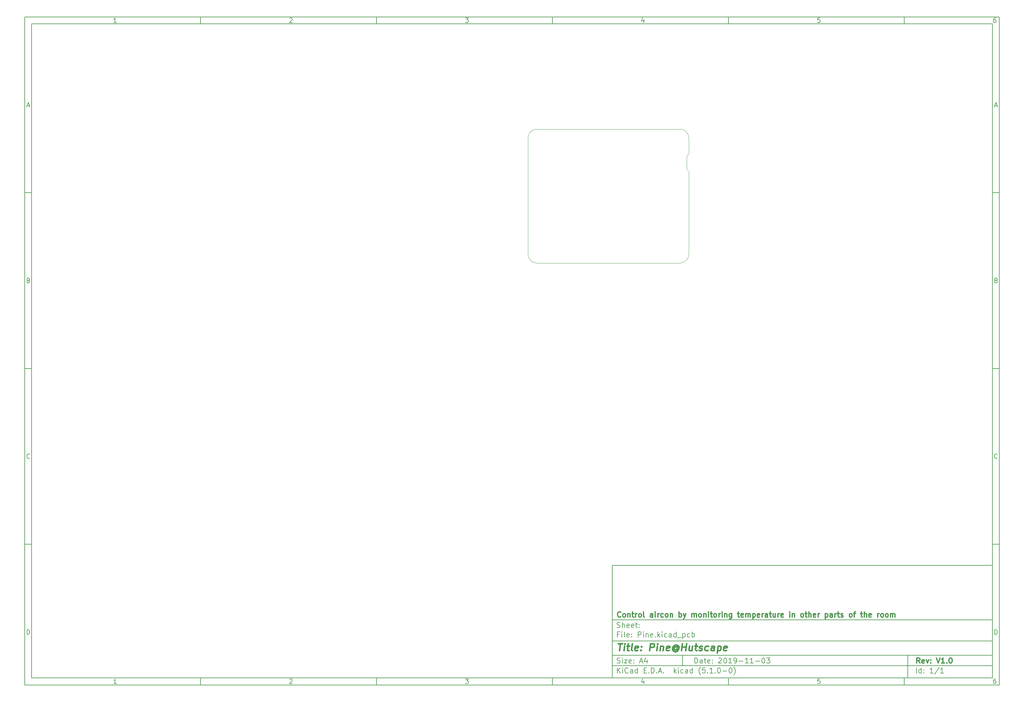
<source format=gbr>
G04 #@! TF.GenerationSoftware,KiCad,Pcbnew,(5.1.0-0)*
G04 #@! TF.CreationDate,2019-11-03T22:22:14+08:00*
G04 #@! TF.ProjectId,Pine,50696e65-2e6b-4696-9361-645f70636258,V1.0*
G04 #@! TF.SameCoordinates,Original*
G04 #@! TF.FileFunction,Profile,NP*
%FSLAX46Y46*%
G04 Gerber Fmt 4.6, Leading zero omitted, Abs format (unit mm)*
G04 Created by KiCad (PCBNEW (5.1.0-0)) date 2019-11-03 22:22:14*
%MOMM*%
%LPD*%
G04 APERTURE LIST*
%ADD10C,0.100000*%
%ADD11C,0.150000*%
%ADD12C,0.300000*%
%ADD13C,0.400000*%
%ADD14C,0.050000*%
G04 APERTURE END LIST*
D10*
D11*
X177002200Y-166007200D02*
X177002200Y-198007200D01*
X285002200Y-198007200D01*
X285002200Y-166007200D01*
X177002200Y-166007200D01*
D10*
D11*
X10000000Y-10000000D02*
X10000000Y-200007200D01*
X287002200Y-200007200D01*
X287002200Y-10000000D01*
X10000000Y-10000000D01*
D10*
D11*
X12000000Y-12000000D02*
X12000000Y-198007200D01*
X285002200Y-198007200D01*
X285002200Y-12000000D01*
X12000000Y-12000000D01*
D10*
D11*
X60000000Y-12000000D02*
X60000000Y-10000000D01*
D10*
D11*
X110000000Y-12000000D02*
X110000000Y-10000000D01*
D10*
D11*
X160000000Y-12000000D02*
X160000000Y-10000000D01*
D10*
D11*
X210000000Y-12000000D02*
X210000000Y-10000000D01*
D10*
D11*
X260000000Y-12000000D02*
X260000000Y-10000000D01*
D10*
D11*
X36065476Y-11588095D02*
X35322619Y-11588095D01*
X35694047Y-11588095D02*
X35694047Y-10288095D01*
X35570238Y-10473809D01*
X35446428Y-10597619D01*
X35322619Y-10659523D01*
D10*
D11*
X85322619Y-10411904D02*
X85384523Y-10350000D01*
X85508333Y-10288095D01*
X85817857Y-10288095D01*
X85941666Y-10350000D01*
X86003571Y-10411904D01*
X86065476Y-10535714D01*
X86065476Y-10659523D01*
X86003571Y-10845238D01*
X85260714Y-11588095D01*
X86065476Y-11588095D01*
D10*
D11*
X135260714Y-10288095D02*
X136065476Y-10288095D01*
X135632142Y-10783333D01*
X135817857Y-10783333D01*
X135941666Y-10845238D01*
X136003571Y-10907142D01*
X136065476Y-11030952D01*
X136065476Y-11340476D01*
X136003571Y-11464285D01*
X135941666Y-11526190D01*
X135817857Y-11588095D01*
X135446428Y-11588095D01*
X135322619Y-11526190D01*
X135260714Y-11464285D01*
D10*
D11*
X185941666Y-10721428D02*
X185941666Y-11588095D01*
X185632142Y-10226190D02*
X185322619Y-11154761D01*
X186127380Y-11154761D01*
D10*
D11*
X236003571Y-10288095D02*
X235384523Y-10288095D01*
X235322619Y-10907142D01*
X235384523Y-10845238D01*
X235508333Y-10783333D01*
X235817857Y-10783333D01*
X235941666Y-10845238D01*
X236003571Y-10907142D01*
X236065476Y-11030952D01*
X236065476Y-11340476D01*
X236003571Y-11464285D01*
X235941666Y-11526190D01*
X235817857Y-11588095D01*
X235508333Y-11588095D01*
X235384523Y-11526190D01*
X235322619Y-11464285D01*
D10*
D11*
X285941666Y-10288095D02*
X285694047Y-10288095D01*
X285570238Y-10350000D01*
X285508333Y-10411904D01*
X285384523Y-10597619D01*
X285322619Y-10845238D01*
X285322619Y-11340476D01*
X285384523Y-11464285D01*
X285446428Y-11526190D01*
X285570238Y-11588095D01*
X285817857Y-11588095D01*
X285941666Y-11526190D01*
X286003571Y-11464285D01*
X286065476Y-11340476D01*
X286065476Y-11030952D01*
X286003571Y-10907142D01*
X285941666Y-10845238D01*
X285817857Y-10783333D01*
X285570238Y-10783333D01*
X285446428Y-10845238D01*
X285384523Y-10907142D01*
X285322619Y-11030952D01*
D10*
D11*
X60000000Y-198007200D02*
X60000000Y-200007200D01*
D10*
D11*
X110000000Y-198007200D02*
X110000000Y-200007200D01*
D10*
D11*
X160000000Y-198007200D02*
X160000000Y-200007200D01*
D10*
D11*
X210000000Y-198007200D02*
X210000000Y-200007200D01*
D10*
D11*
X260000000Y-198007200D02*
X260000000Y-200007200D01*
D10*
D11*
X36065476Y-199595295D02*
X35322619Y-199595295D01*
X35694047Y-199595295D02*
X35694047Y-198295295D01*
X35570238Y-198481009D01*
X35446428Y-198604819D01*
X35322619Y-198666723D01*
D10*
D11*
X85322619Y-198419104D02*
X85384523Y-198357200D01*
X85508333Y-198295295D01*
X85817857Y-198295295D01*
X85941666Y-198357200D01*
X86003571Y-198419104D01*
X86065476Y-198542914D01*
X86065476Y-198666723D01*
X86003571Y-198852438D01*
X85260714Y-199595295D01*
X86065476Y-199595295D01*
D10*
D11*
X135260714Y-198295295D02*
X136065476Y-198295295D01*
X135632142Y-198790533D01*
X135817857Y-198790533D01*
X135941666Y-198852438D01*
X136003571Y-198914342D01*
X136065476Y-199038152D01*
X136065476Y-199347676D01*
X136003571Y-199471485D01*
X135941666Y-199533390D01*
X135817857Y-199595295D01*
X135446428Y-199595295D01*
X135322619Y-199533390D01*
X135260714Y-199471485D01*
D10*
D11*
X185941666Y-198728628D02*
X185941666Y-199595295D01*
X185632142Y-198233390D02*
X185322619Y-199161961D01*
X186127380Y-199161961D01*
D10*
D11*
X236003571Y-198295295D02*
X235384523Y-198295295D01*
X235322619Y-198914342D01*
X235384523Y-198852438D01*
X235508333Y-198790533D01*
X235817857Y-198790533D01*
X235941666Y-198852438D01*
X236003571Y-198914342D01*
X236065476Y-199038152D01*
X236065476Y-199347676D01*
X236003571Y-199471485D01*
X235941666Y-199533390D01*
X235817857Y-199595295D01*
X235508333Y-199595295D01*
X235384523Y-199533390D01*
X235322619Y-199471485D01*
D10*
D11*
X285941666Y-198295295D02*
X285694047Y-198295295D01*
X285570238Y-198357200D01*
X285508333Y-198419104D01*
X285384523Y-198604819D01*
X285322619Y-198852438D01*
X285322619Y-199347676D01*
X285384523Y-199471485D01*
X285446428Y-199533390D01*
X285570238Y-199595295D01*
X285817857Y-199595295D01*
X285941666Y-199533390D01*
X286003571Y-199471485D01*
X286065476Y-199347676D01*
X286065476Y-199038152D01*
X286003571Y-198914342D01*
X285941666Y-198852438D01*
X285817857Y-198790533D01*
X285570238Y-198790533D01*
X285446428Y-198852438D01*
X285384523Y-198914342D01*
X285322619Y-199038152D01*
D10*
D11*
X10000000Y-60000000D02*
X12000000Y-60000000D01*
D10*
D11*
X10000000Y-110000000D02*
X12000000Y-110000000D01*
D10*
D11*
X10000000Y-160000000D02*
X12000000Y-160000000D01*
D10*
D11*
X10690476Y-35216666D02*
X11309523Y-35216666D01*
X10566666Y-35588095D02*
X11000000Y-34288095D01*
X11433333Y-35588095D01*
D10*
D11*
X11092857Y-84907142D02*
X11278571Y-84969047D01*
X11340476Y-85030952D01*
X11402380Y-85154761D01*
X11402380Y-85340476D01*
X11340476Y-85464285D01*
X11278571Y-85526190D01*
X11154761Y-85588095D01*
X10659523Y-85588095D01*
X10659523Y-84288095D01*
X11092857Y-84288095D01*
X11216666Y-84350000D01*
X11278571Y-84411904D01*
X11340476Y-84535714D01*
X11340476Y-84659523D01*
X11278571Y-84783333D01*
X11216666Y-84845238D01*
X11092857Y-84907142D01*
X10659523Y-84907142D01*
D10*
D11*
X11402380Y-135464285D02*
X11340476Y-135526190D01*
X11154761Y-135588095D01*
X11030952Y-135588095D01*
X10845238Y-135526190D01*
X10721428Y-135402380D01*
X10659523Y-135278571D01*
X10597619Y-135030952D01*
X10597619Y-134845238D01*
X10659523Y-134597619D01*
X10721428Y-134473809D01*
X10845238Y-134350000D01*
X11030952Y-134288095D01*
X11154761Y-134288095D01*
X11340476Y-134350000D01*
X11402380Y-134411904D01*
D10*
D11*
X10659523Y-185588095D02*
X10659523Y-184288095D01*
X10969047Y-184288095D01*
X11154761Y-184350000D01*
X11278571Y-184473809D01*
X11340476Y-184597619D01*
X11402380Y-184845238D01*
X11402380Y-185030952D01*
X11340476Y-185278571D01*
X11278571Y-185402380D01*
X11154761Y-185526190D01*
X10969047Y-185588095D01*
X10659523Y-185588095D01*
D10*
D11*
X287002200Y-60000000D02*
X285002200Y-60000000D01*
D10*
D11*
X287002200Y-110000000D02*
X285002200Y-110000000D01*
D10*
D11*
X287002200Y-160000000D02*
X285002200Y-160000000D01*
D10*
D11*
X285692676Y-35216666D02*
X286311723Y-35216666D01*
X285568866Y-35588095D02*
X286002200Y-34288095D01*
X286435533Y-35588095D01*
D10*
D11*
X286095057Y-84907142D02*
X286280771Y-84969047D01*
X286342676Y-85030952D01*
X286404580Y-85154761D01*
X286404580Y-85340476D01*
X286342676Y-85464285D01*
X286280771Y-85526190D01*
X286156961Y-85588095D01*
X285661723Y-85588095D01*
X285661723Y-84288095D01*
X286095057Y-84288095D01*
X286218866Y-84350000D01*
X286280771Y-84411904D01*
X286342676Y-84535714D01*
X286342676Y-84659523D01*
X286280771Y-84783333D01*
X286218866Y-84845238D01*
X286095057Y-84907142D01*
X285661723Y-84907142D01*
D10*
D11*
X286404580Y-135464285D02*
X286342676Y-135526190D01*
X286156961Y-135588095D01*
X286033152Y-135588095D01*
X285847438Y-135526190D01*
X285723628Y-135402380D01*
X285661723Y-135278571D01*
X285599819Y-135030952D01*
X285599819Y-134845238D01*
X285661723Y-134597619D01*
X285723628Y-134473809D01*
X285847438Y-134350000D01*
X286033152Y-134288095D01*
X286156961Y-134288095D01*
X286342676Y-134350000D01*
X286404580Y-134411904D01*
D10*
D11*
X285661723Y-185588095D02*
X285661723Y-184288095D01*
X285971247Y-184288095D01*
X286156961Y-184350000D01*
X286280771Y-184473809D01*
X286342676Y-184597619D01*
X286404580Y-184845238D01*
X286404580Y-185030952D01*
X286342676Y-185278571D01*
X286280771Y-185402380D01*
X286156961Y-185526190D01*
X285971247Y-185588095D01*
X285661723Y-185588095D01*
D10*
D11*
X200434342Y-193785771D02*
X200434342Y-192285771D01*
X200791485Y-192285771D01*
X201005771Y-192357200D01*
X201148628Y-192500057D01*
X201220057Y-192642914D01*
X201291485Y-192928628D01*
X201291485Y-193142914D01*
X201220057Y-193428628D01*
X201148628Y-193571485D01*
X201005771Y-193714342D01*
X200791485Y-193785771D01*
X200434342Y-193785771D01*
X202577200Y-193785771D02*
X202577200Y-193000057D01*
X202505771Y-192857200D01*
X202362914Y-192785771D01*
X202077200Y-192785771D01*
X201934342Y-192857200D01*
X202577200Y-193714342D02*
X202434342Y-193785771D01*
X202077200Y-193785771D01*
X201934342Y-193714342D01*
X201862914Y-193571485D01*
X201862914Y-193428628D01*
X201934342Y-193285771D01*
X202077200Y-193214342D01*
X202434342Y-193214342D01*
X202577200Y-193142914D01*
X203077200Y-192785771D02*
X203648628Y-192785771D01*
X203291485Y-192285771D02*
X203291485Y-193571485D01*
X203362914Y-193714342D01*
X203505771Y-193785771D01*
X203648628Y-193785771D01*
X204720057Y-193714342D02*
X204577200Y-193785771D01*
X204291485Y-193785771D01*
X204148628Y-193714342D01*
X204077200Y-193571485D01*
X204077200Y-193000057D01*
X204148628Y-192857200D01*
X204291485Y-192785771D01*
X204577200Y-192785771D01*
X204720057Y-192857200D01*
X204791485Y-193000057D01*
X204791485Y-193142914D01*
X204077200Y-193285771D01*
X205434342Y-193642914D02*
X205505771Y-193714342D01*
X205434342Y-193785771D01*
X205362914Y-193714342D01*
X205434342Y-193642914D01*
X205434342Y-193785771D01*
X205434342Y-192857200D02*
X205505771Y-192928628D01*
X205434342Y-193000057D01*
X205362914Y-192928628D01*
X205434342Y-192857200D01*
X205434342Y-193000057D01*
X207220057Y-192428628D02*
X207291485Y-192357200D01*
X207434342Y-192285771D01*
X207791485Y-192285771D01*
X207934342Y-192357200D01*
X208005771Y-192428628D01*
X208077200Y-192571485D01*
X208077200Y-192714342D01*
X208005771Y-192928628D01*
X207148628Y-193785771D01*
X208077200Y-193785771D01*
X209005771Y-192285771D02*
X209148628Y-192285771D01*
X209291485Y-192357200D01*
X209362914Y-192428628D01*
X209434342Y-192571485D01*
X209505771Y-192857200D01*
X209505771Y-193214342D01*
X209434342Y-193500057D01*
X209362914Y-193642914D01*
X209291485Y-193714342D01*
X209148628Y-193785771D01*
X209005771Y-193785771D01*
X208862914Y-193714342D01*
X208791485Y-193642914D01*
X208720057Y-193500057D01*
X208648628Y-193214342D01*
X208648628Y-192857200D01*
X208720057Y-192571485D01*
X208791485Y-192428628D01*
X208862914Y-192357200D01*
X209005771Y-192285771D01*
X210934342Y-193785771D02*
X210077200Y-193785771D01*
X210505771Y-193785771D02*
X210505771Y-192285771D01*
X210362914Y-192500057D01*
X210220057Y-192642914D01*
X210077200Y-192714342D01*
X211648628Y-193785771D02*
X211934342Y-193785771D01*
X212077200Y-193714342D01*
X212148628Y-193642914D01*
X212291485Y-193428628D01*
X212362914Y-193142914D01*
X212362914Y-192571485D01*
X212291485Y-192428628D01*
X212220057Y-192357200D01*
X212077200Y-192285771D01*
X211791485Y-192285771D01*
X211648628Y-192357200D01*
X211577200Y-192428628D01*
X211505771Y-192571485D01*
X211505771Y-192928628D01*
X211577200Y-193071485D01*
X211648628Y-193142914D01*
X211791485Y-193214342D01*
X212077200Y-193214342D01*
X212220057Y-193142914D01*
X212291485Y-193071485D01*
X212362914Y-192928628D01*
X213005771Y-193214342D02*
X214148628Y-193214342D01*
X215648628Y-193785771D02*
X214791485Y-193785771D01*
X215220057Y-193785771D02*
X215220057Y-192285771D01*
X215077200Y-192500057D01*
X214934342Y-192642914D01*
X214791485Y-192714342D01*
X217077200Y-193785771D02*
X216220057Y-193785771D01*
X216648628Y-193785771D02*
X216648628Y-192285771D01*
X216505771Y-192500057D01*
X216362914Y-192642914D01*
X216220057Y-192714342D01*
X217720057Y-193214342D02*
X218862914Y-193214342D01*
X219862914Y-192285771D02*
X220005771Y-192285771D01*
X220148628Y-192357200D01*
X220220057Y-192428628D01*
X220291485Y-192571485D01*
X220362914Y-192857200D01*
X220362914Y-193214342D01*
X220291485Y-193500057D01*
X220220057Y-193642914D01*
X220148628Y-193714342D01*
X220005771Y-193785771D01*
X219862914Y-193785771D01*
X219720057Y-193714342D01*
X219648628Y-193642914D01*
X219577200Y-193500057D01*
X219505771Y-193214342D01*
X219505771Y-192857200D01*
X219577200Y-192571485D01*
X219648628Y-192428628D01*
X219720057Y-192357200D01*
X219862914Y-192285771D01*
X220862914Y-192285771D02*
X221791485Y-192285771D01*
X221291485Y-192857200D01*
X221505771Y-192857200D01*
X221648628Y-192928628D01*
X221720057Y-193000057D01*
X221791485Y-193142914D01*
X221791485Y-193500057D01*
X221720057Y-193642914D01*
X221648628Y-193714342D01*
X221505771Y-193785771D01*
X221077200Y-193785771D01*
X220934342Y-193714342D01*
X220862914Y-193642914D01*
D10*
D11*
X177002200Y-194507200D02*
X285002200Y-194507200D01*
D10*
D11*
X178434342Y-196585771D02*
X178434342Y-195085771D01*
X179291485Y-196585771D02*
X178648628Y-195728628D01*
X179291485Y-195085771D02*
X178434342Y-195942914D01*
X179934342Y-196585771D02*
X179934342Y-195585771D01*
X179934342Y-195085771D02*
X179862914Y-195157200D01*
X179934342Y-195228628D01*
X180005771Y-195157200D01*
X179934342Y-195085771D01*
X179934342Y-195228628D01*
X181505771Y-196442914D02*
X181434342Y-196514342D01*
X181220057Y-196585771D01*
X181077200Y-196585771D01*
X180862914Y-196514342D01*
X180720057Y-196371485D01*
X180648628Y-196228628D01*
X180577200Y-195942914D01*
X180577200Y-195728628D01*
X180648628Y-195442914D01*
X180720057Y-195300057D01*
X180862914Y-195157200D01*
X181077200Y-195085771D01*
X181220057Y-195085771D01*
X181434342Y-195157200D01*
X181505771Y-195228628D01*
X182791485Y-196585771D02*
X182791485Y-195800057D01*
X182720057Y-195657200D01*
X182577200Y-195585771D01*
X182291485Y-195585771D01*
X182148628Y-195657200D01*
X182791485Y-196514342D02*
X182648628Y-196585771D01*
X182291485Y-196585771D01*
X182148628Y-196514342D01*
X182077200Y-196371485D01*
X182077200Y-196228628D01*
X182148628Y-196085771D01*
X182291485Y-196014342D01*
X182648628Y-196014342D01*
X182791485Y-195942914D01*
X184148628Y-196585771D02*
X184148628Y-195085771D01*
X184148628Y-196514342D02*
X184005771Y-196585771D01*
X183720057Y-196585771D01*
X183577200Y-196514342D01*
X183505771Y-196442914D01*
X183434342Y-196300057D01*
X183434342Y-195871485D01*
X183505771Y-195728628D01*
X183577200Y-195657200D01*
X183720057Y-195585771D01*
X184005771Y-195585771D01*
X184148628Y-195657200D01*
X186005771Y-195800057D02*
X186505771Y-195800057D01*
X186720057Y-196585771D02*
X186005771Y-196585771D01*
X186005771Y-195085771D01*
X186720057Y-195085771D01*
X187362914Y-196442914D02*
X187434342Y-196514342D01*
X187362914Y-196585771D01*
X187291485Y-196514342D01*
X187362914Y-196442914D01*
X187362914Y-196585771D01*
X188077200Y-196585771D02*
X188077200Y-195085771D01*
X188434342Y-195085771D01*
X188648628Y-195157200D01*
X188791485Y-195300057D01*
X188862914Y-195442914D01*
X188934342Y-195728628D01*
X188934342Y-195942914D01*
X188862914Y-196228628D01*
X188791485Y-196371485D01*
X188648628Y-196514342D01*
X188434342Y-196585771D01*
X188077200Y-196585771D01*
X189577200Y-196442914D02*
X189648628Y-196514342D01*
X189577200Y-196585771D01*
X189505771Y-196514342D01*
X189577200Y-196442914D01*
X189577200Y-196585771D01*
X190220057Y-196157200D02*
X190934342Y-196157200D01*
X190077200Y-196585771D02*
X190577200Y-195085771D01*
X191077200Y-196585771D01*
X191577200Y-196442914D02*
X191648628Y-196514342D01*
X191577200Y-196585771D01*
X191505771Y-196514342D01*
X191577200Y-196442914D01*
X191577200Y-196585771D01*
X194577200Y-196585771D02*
X194577200Y-195085771D01*
X194720057Y-196014342D02*
X195148628Y-196585771D01*
X195148628Y-195585771D02*
X194577200Y-196157200D01*
X195791485Y-196585771D02*
X195791485Y-195585771D01*
X195791485Y-195085771D02*
X195720057Y-195157200D01*
X195791485Y-195228628D01*
X195862914Y-195157200D01*
X195791485Y-195085771D01*
X195791485Y-195228628D01*
X197148628Y-196514342D02*
X197005771Y-196585771D01*
X196720057Y-196585771D01*
X196577200Y-196514342D01*
X196505771Y-196442914D01*
X196434342Y-196300057D01*
X196434342Y-195871485D01*
X196505771Y-195728628D01*
X196577200Y-195657200D01*
X196720057Y-195585771D01*
X197005771Y-195585771D01*
X197148628Y-195657200D01*
X198434342Y-196585771D02*
X198434342Y-195800057D01*
X198362914Y-195657200D01*
X198220057Y-195585771D01*
X197934342Y-195585771D01*
X197791485Y-195657200D01*
X198434342Y-196514342D02*
X198291485Y-196585771D01*
X197934342Y-196585771D01*
X197791485Y-196514342D01*
X197720057Y-196371485D01*
X197720057Y-196228628D01*
X197791485Y-196085771D01*
X197934342Y-196014342D01*
X198291485Y-196014342D01*
X198434342Y-195942914D01*
X199791485Y-196585771D02*
X199791485Y-195085771D01*
X199791485Y-196514342D02*
X199648628Y-196585771D01*
X199362914Y-196585771D01*
X199220057Y-196514342D01*
X199148628Y-196442914D01*
X199077200Y-196300057D01*
X199077200Y-195871485D01*
X199148628Y-195728628D01*
X199220057Y-195657200D01*
X199362914Y-195585771D01*
X199648628Y-195585771D01*
X199791485Y-195657200D01*
X202077200Y-197157200D02*
X202005771Y-197085771D01*
X201862914Y-196871485D01*
X201791485Y-196728628D01*
X201720057Y-196514342D01*
X201648628Y-196157200D01*
X201648628Y-195871485D01*
X201720057Y-195514342D01*
X201791485Y-195300057D01*
X201862914Y-195157200D01*
X202005771Y-194942914D01*
X202077200Y-194871485D01*
X203362914Y-195085771D02*
X202648628Y-195085771D01*
X202577200Y-195800057D01*
X202648628Y-195728628D01*
X202791485Y-195657200D01*
X203148628Y-195657200D01*
X203291485Y-195728628D01*
X203362914Y-195800057D01*
X203434342Y-195942914D01*
X203434342Y-196300057D01*
X203362914Y-196442914D01*
X203291485Y-196514342D01*
X203148628Y-196585771D01*
X202791485Y-196585771D01*
X202648628Y-196514342D01*
X202577200Y-196442914D01*
X204077200Y-196442914D02*
X204148628Y-196514342D01*
X204077200Y-196585771D01*
X204005771Y-196514342D01*
X204077200Y-196442914D01*
X204077200Y-196585771D01*
X205577200Y-196585771D02*
X204720057Y-196585771D01*
X205148628Y-196585771D02*
X205148628Y-195085771D01*
X205005771Y-195300057D01*
X204862914Y-195442914D01*
X204720057Y-195514342D01*
X206220057Y-196442914D02*
X206291485Y-196514342D01*
X206220057Y-196585771D01*
X206148628Y-196514342D01*
X206220057Y-196442914D01*
X206220057Y-196585771D01*
X207220057Y-195085771D02*
X207362914Y-195085771D01*
X207505771Y-195157200D01*
X207577200Y-195228628D01*
X207648628Y-195371485D01*
X207720057Y-195657200D01*
X207720057Y-196014342D01*
X207648628Y-196300057D01*
X207577200Y-196442914D01*
X207505771Y-196514342D01*
X207362914Y-196585771D01*
X207220057Y-196585771D01*
X207077200Y-196514342D01*
X207005771Y-196442914D01*
X206934342Y-196300057D01*
X206862914Y-196014342D01*
X206862914Y-195657200D01*
X206934342Y-195371485D01*
X207005771Y-195228628D01*
X207077200Y-195157200D01*
X207220057Y-195085771D01*
X208362914Y-196014342D02*
X209505771Y-196014342D01*
X210505771Y-195085771D02*
X210648628Y-195085771D01*
X210791485Y-195157200D01*
X210862914Y-195228628D01*
X210934342Y-195371485D01*
X211005771Y-195657200D01*
X211005771Y-196014342D01*
X210934342Y-196300057D01*
X210862914Y-196442914D01*
X210791485Y-196514342D01*
X210648628Y-196585771D01*
X210505771Y-196585771D01*
X210362914Y-196514342D01*
X210291485Y-196442914D01*
X210220057Y-196300057D01*
X210148628Y-196014342D01*
X210148628Y-195657200D01*
X210220057Y-195371485D01*
X210291485Y-195228628D01*
X210362914Y-195157200D01*
X210505771Y-195085771D01*
X211505771Y-197157200D02*
X211577200Y-197085771D01*
X211720057Y-196871485D01*
X211791485Y-196728628D01*
X211862914Y-196514342D01*
X211934342Y-196157200D01*
X211934342Y-195871485D01*
X211862914Y-195514342D01*
X211791485Y-195300057D01*
X211720057Y-195157200D01*
X211577200Y-194942914D01*
X211505771Y-194871485D01*
D10*
D11*
X177002200Y-191507200D02*
X285002200Y-191507200D01*
D10*
D12*
X264411485Y-193785771D02*
X263911485Y-193071485D01*
X263554342Y-193785771D02*
X263554342Y-192285771D01*
X264125771Y-192285771D01*
X264268628Y-192357200D01*
X264340057Y-192428628D01*
X264411485Y-192571485D01*
X264411485Y-192785771D01*
X264340057Y-192928628D01*
X264268628Y-193000057D01*
X264125771Y-193071485D01*
X263554342Y-193071485D01*
X265625771Y-193714342D02*
X265482914Y-193785771D01*
X265197200Y-193785771D01*
X265054342Y-193714342D01*
X264982914Y-193571485D01*
X264982914Y-193000057D01*
X265054342Y-192857200D01*
X265197200Y-192785771D01*
X265482914Y-192785771D01*
X265625771Y-192857200D01*
X265697200Y-193000057D01*
X265697200Y-193142914D01*
X264982914Y-193285771D01*
X266197200Y-192785771D02*
X266554342Y-193785771D01*
X266911485Y-192785771D01*
X267482914Y-193642914D02*
X267554342Y-193714342D01*
X267482914Y-193785771D01*
X267411485Y-193714342D01*
X267482914Y-193642914D01*
X267482914Y-193785771D01*
X267482914Y-192857200D02*
X267554342Y-192928628D01*
X267482914Y-193000057D01*
X267411485Y-192928628D01*
X267482914Y-192857200D01*
X267482914Y-193000057D01*
X269125771Y-192285771D02*
X269625771Y-193785771D01*
X270125771Y-192285771D01*
X271411485Y-193785771D02*
X270554342Y-193785771D01*
X270982914Y-193785771D02*
X270982914Y-192285771D01*
X270840057Y-192500057D01*
X270697200Y-192642914D01*
X270554342Y-192714342D01*
X272054342Y-193642914D02*
X272125771Y-193714342D01*
X272054342Y-193785771D01*
X271982914Y-193714342D01*
X272054342Y-193642914D01*
X272054342Y-193785771D01*
X273054342Y-192285771D02*
X273197200Y-192285771D01*
X273340057Y-192357200D01*
X273411485Y-192428628D01*
X273482914Y-192571485D01*
X273554342Y-192857200D01*
X273554342Y-193214342D01*
X273482914Y-193500057D01*
X273411485Y-193642914D01*
X273340057Y-193714342D01*
X273197200Y-193785771D01*
X273054342Y-193785771D01*
X272911485Y-193714342D01*
X272840057Y-193642914D01*
X272768628Y-193500057D01*
X272697200Y-193214342D01*
X272697200Y-192857200D01*
X272768628Y-192571485D01*
X272840057Y-192428628D01*
X272911485Y-192357200D01*
X273054342Y-192285771D01*
D10*
D11*
X178362914Y-193714342D02*
X178577200Y-193785771D01*
X178934342Y-193785771D01*
X179077200Y-193714342D01*
X179148628Y-193642914D01*
X179220057Y-193500057D01*
X179220057Y-193357200D01*
X179148628Y-193214342D01*
X179077200Y-193142914D01*
X178934342Y-193071485D01*
X178648628Y-193000057D01*
X178505771Y-192928628D01*
X178434342Y-192857200D01*
X178362914Y-192714342D01*
X178362914Y-192571485D01*
X178434342Y-192428628D01*
X178505771Y-192357200D01*
X178648628Y-192285771D01*
X179005771Y-192285771D01*
X179220057Y-192357200D01*
X179862914Y-193785771D02*
X179862914Y-192785771D01*
X179862914Y-192285771D02*
X179791485Y-192357200D01*
X179862914Y-192428628D01*
X179934342Y-192357200D01*
X179862914Y-192285771D01*
X179862914Y-192428628D01*
X180434342Y-192785771D02*
X181220057Y-192785771D01*
X180434342Y-193785771D01*
X181220057Y-193785771D01*
X182362914Y-193714342D02*
X182220057Y-193785771D01*
X181934342Y-193785771D01*
X181791485Y-193714342D01*
X181720057Y-193571485D01*
X181720057Y-193000057D01*
X181791485Y-192857200D01*
X181934342Y-192785771D01*
X182220057Y-192785771D01*
X182362914Y-192857200D01*
X182434342Y-193000057D01*
X182434342Y-193142914D01*
X181720057Y-193285771D01*
X183077200Y-193642914D02*
X183148628Y-193714342D01*
X183077200Y-193785771D01*
X183005771Y-193714342D01*
X183077200Y-193642914D01*
X183077200Y-193785771D01*
X183077200Y-192857200D02*
X183148628Y-192928628D01*
X183077200Y-193000057D01*
X183005771Y-192928628D01*
X183077200Y-192857200D01*
X183077200Y-193000057D01*
X184862914Y-193357200D02*
X185577200Y-193357200D01*
X184720057Y-193785771D02*
X185220057Y-192285771D01*
X185720057Y-193785771D01*
X186862914Y-192785771D02*
X186862914Y-193785771D01*
X186505771Y-192214342D02*
X186148628Y-193285771D01*
X187077200Y-193285771D01*
D10*
D11*
X263434342Y-196585771D02*
X263434342Y-195085771D01*
X264791485Y-196585771D02*
X264791485Y-195085771D01*
X264791485Y-196514342D02*
X264648628Y-196585771D01*
X264362914Y-196585771D01*
X264220057Y-196514342D01*
X264148628Y-196442914D01*
X264077200Y-196300057D01*
X264077200Y-195871485D01*
X264148628Y-195728628D01*
X264220057Y-195657200D01*
X264362914Y-195585771D01*
X264648628Y-195585771D01*
X264791485Y-195657200D01*
X265505771Y-196442914D02*
X265577200Y-196514342D01*
X265505771Y-196585771D01*
X265434342Y-196514342D01*
X265505771Y-196442914D01*
X265505771Y-196585771D01*
X265505771Y-195657200D02*
X265577200Y-195728628D01*
X265505771Y-195800057D01*
X265434342Y-195728628D01*
X265505771Y-195657200D01*
X265505771Y-195800057D01*
X268148628Y-196585771D02*
X267291485Y-196585771D01*
X267720057Y-196585771D02*
X267720057Y-195085771D01*
X267577200Y-195300057D01*
X267434342Y-195442914D01*
X267291485Y-195514342D01*
X269862914Y-195014342D02*
X268577200Y-196942914D01*
X271148628Y-196585771D02*
X270291485Y-196585771D01*
X270720057Y-196585771D02*
X270720057Y-195085771D01*
X270577200Y-195300057D01*
X270434342Y-195442914D01*
X270291485Y-195514342D01*
D10*
D11*
X177002200Y-187507200D02*
X285002200Y-187507200D01*
D10*
D13*
X178714580Y-188211961D02*
X179857438Y-188211961D01*
X179036009Y-190211961D02*
X179286009Y-188211961D01*
X180274104Y-190211961D02*
X180440771Y-188878628D01*
X180524104Y-188211961D02*
X180416961Y-188307200D01*
X180500295Y-188402438D01*
X180607438Y-188307200D01*
X180524104Y-188211961D01*
X180500295Y-188402438D01*
X181107438Y-188878628D02*
X181869342Y-188878628D01*
X181476485Y-188211961D02*
X181262200Y-189926247D01*
X181333628Y-190116723D01*
X181512200Y-190211961D01*
X181702676Y-190211961D01*
X182655057Y-190211961D02*
X182476485Y-190116723D01*
X182405057Y-189926247D01*
X182619342Y-188211961D01*
X184190771Y-190116723D02*
X183988390Y-190211961D01*
X183607438Y-190211961D01*
X183428866Y-190116723D01*
X183357438Y-189926247D01*
X183452676Y-189164342D01*
X183571723Y-188973866D01*
X183774104Y-188878628D01*
X184155057Y-188878628D01*
X184333628Y-188973866D01*
X184405057Y-189164342D01*
X184381247Y-189354819D01*
X183405057Y-189545295D01*
X185155057Y-190021485D02*
X185238390Y-190116723D01*
X185131247Y-190211961D01*
X185047914Y-190116723D01*
X185155057Y-190021485D01*
X185131247Y-190211961D01*
X185286009Y-188973866D02*
X185369342Y-189069104D01*
X185262200Y-189164342D01*
X185178866Y-189069104D01*
X185286009Y-188973866D01*
X185262200Y-189164342D01*
X187607438Y-190211961D02*
X187857438Y-188211961D01*
X188619342Y-188211961D01*
X188797914Y-188307200D01*
X188881247Y-188402438D01*
X188952676Y-188592914D01*
X188916961Y-188878628D01*
X188797914Y-189069104D01*
X188690771Y-189164342D01*
X188488390Y-189259580D01*
X187726485Y-189259580D01*
X189607438Y-190211961D02*
X189774104Y-188878628D01*
X189857438Y-188211961D02*
X189750295Y-188307200D01*
X189833628Y-188402438D01*
X189940771Y-188307200D01*
X189857438Y-188211961D01*
X189833628Y-188402438D01*
X190726485Y-188878628D02*
X190559819Y-190211961D01*
X190702676Y-189069104D02*
X190809819Y-188973866D01*
X191012200Y-188878628D01*
X191297914Y-188878628D01*
X191476485Y-188973866D01*
X191547914Y-189164342D01*
X191416961Y-190211961D01*
X193143152Y-190116723D02*
X192940771Y-190211961D01*
X192559819Y-190211961D01*
X192381247Y-190116723D01*
X192309819Y-189926247D01*
X192405057Y-189164342D01*
X192524104Y-188973866D01*
X192726485Y-188878628D01*
X193107438Y-188878628D01*
X193286009Y-188973866D01*
X193357438Y-189164342D01*
X193333628Y-189354819D01*
X192357438Y-189545295D01*
X195440771Y-189259580D02*
X195357438Y-189164342D01*
X195178866Y-189069104D01*
X194988390Y-189069104D01*
X194786009Y-189164342D01*
X194678866Y-189259580D01*
X194559819Y-189450057D01*
X194536009Y-189640533D01*
X194607438Y-189831009D01*
X194690771Y-189926247D01*
X194869342Y-190021485D01*
X195059819Y-190021485D01*
X195262200Y-189926247D01*
X195369342Y-189831009D01*
X195464580Y-189069104D02*
X195369342Y-189831009D01*
X195452676Y-189926247D01*
X195547914Y-189926247D01*
X195750295Y-189831009D01*
X195869342Y-189640533D01*
X195928866Y-189164342D01*
X195774104Y-188878628D01*
X195512200Y-188688152D01*
X195143152Y-188592914D01*
X194750295Y-188688152D01*
X194440771Y-188878628D01*
X194214580Y-189164342D01*
X194071723Y-189545295D01*
X194119342Y-189926247D01*
X194274104Y-190211961D01*
X194536009Y-190402438D01*
X194905057Y-190497676D01*
X195297914Y-190402438D01*
X195607438Y-190211961D01*
X196655057Y-190211961D02*
X196905057Y-188211961D01*
X196786009Y-189164342D02*
X197928866Y-189164342D01*
X197797914Y-190211961D02*
X198047914Y-188211961D01*
X199774104Y-188878628D02*
X199607438Y-190211961D01*
X198916961Y-188878628D02*
X198786009Y-189926247D01*
X198857438Y-190116723D01*
X199036009Y-190211961D01*
X199321723Y-190211961D01*
X199524104Y-190116723D01*
X199631247Y-190021485D01*
X200440771Y-188878628D02*
X201202676Y-188878628D01*
X200809819Y-188211961D02*
X200595533Y-189926247D01*
X200666961Y-190116723D01*
X200845533Y-190211961D01*
X201036009Y-190211961D01*
X201619342Y-190116723D02*
X201797914Y-190211961D01*
X202178866Y-190211961D01*
X202381247Y-190116723D01*
X202500295Y-189926247D01*
X202512200Y-189831009D01*
X202440771Y-189640533D01*
X202262200Y-189545295D01*
X201976485Y-189545295D01*
X201797914Y-189450057D01*
X201726485Y-189259580D01*
X201738390Y-189164342D01*
X201857438Y-188973866D01*
X202059819Y-188878628D01*
X202345533Y-188878628D01*
X202524104Y-188973866D01*
X204190771Y-190116723D02*
X203988390Y-190211961D01*
X203607438Y-190211961D01*
X203428866Y-190116723D01*
X203345533Y-190021485D01*
X203274104Y-189831009D01*
X203345533Y-189259580D01*
X203464580Y-189069104D01*
X203571723Y-188973866D01*
X203774104Y-188878628D01*
X204155057Y-188878628D01*
X204333628Y-188973866D01*
X205893152Y-190211961D02*
X206024104Y-189164342D01*
X205952676Y-188973866D01*
X205774104Y-188878628D01*
X205393152Y-188878628D01*
X205190771Y-188973866D01*
X205905057Y-190116723D02*
X205702676Y-190211961D01*
X205226485Y-190211961D01*
X205047914Y-190116723D01*
X204976485Y-189926247D01*
X205000295Y-189735771D01*
X205119342Y-189545295D01*
X205321723Y-189450057D01*
X205797914Y-189450057D01*
X206000295Y-189354819D01*
X207012200Y-188878628D02*
X206762200Y-190878628D01*
X207000295Y-188973866D02*
X207202676Y-188878628D01*
X207583628Y-188878628D01*
X207762200Y-188973866D01*
X207845533Y-189069104D01*
X207916961Y-189259580D01*
X207845533Y-189831009D01*
X207726485Y-190021485D01*
X207619342Y-190116723D01*
X207416961Y-190211961D01*
X207036009Y-190211961D01*
X206857438Y-190116723D01*
X209428866Y-190116723D02*
X209226485Y-190211961D01*
X208845533Y-190211961D01*
X208666961Y-190116723D01*
X208595533Y-189926247D01*
X208690771Y-189164342D01*
X208809819Y-188973866D01*
X209012200Y-188878628D01*
X209393152Y-188878628D01*
X209571723Y-188973866D01*
X209643152Y-189164342D01*
X209619342Y-189354819D01*
X208643152Y-189545295D01*
D10*
D11*
X178934342Y-185600057D02*
X178434342Y-185600057D01*
X178434342Y-186385771D02*
X178434342Y-184885771D01*
X179148628Y-184885771D01*
X179720057Y-186385771D02*
X179720057Y-185385771D01*
X179720057Y-184885771D02*
X179648628Y-184957200D01*
X179720057Y-185028628D01*
X179791485Y-184957200D01*
X179720057Y-184885771D01*
X179720057Y-185028628D01*
X180648628Y-186385771D02*
X180505771Y-186314342D01*
X180434342Y-186171485D01*
X180434342Y-184885771D01*
X181791485Y-186314342D02*
X181648628Y-186385771D01*
X181362914Y-186385771D01*
X181220057Y-186314342D01*
X181148628Y-186171485D01*
X181148628Y-185600057D01*
X181220057Y-185457200D01*
X181362914Y-185385771D01*
X181648628Y-185385771D01*
X181791485Y-185457200D01*
X181862914Y-185600057D01*
X181862914Y-185742914D01*
X181148628Y-185885771D01*
X182505771Y-186242914D02*
X182577200Y-186314342D01*
X182505771Y-186385771D01*
X182434342Y-186314342D01*
X182505771Y-186242914D01*
X182505771Y-186385771D01*
X182505771Y-185457200D02*
X182577200Y-185528628D01*
X182505771Y-185600057D01*
X182434342Y-185528628D01*
X182505771Y-185457200D01*
X182505771Y-185600057D01*
X184362914Y-186385771D02*
X184362914Y-184885771D01*
X184934342Y-184885771D01*
X185077200Y-184957200D01*
X185148628Y-185028628D01*
X185220057Y-185171485D01*
X185220057Y-185385771D01*
X185148628Y-185528628D01*
X185077200Y-185600057D01*
X184934342Y-185671485D01*
X184362914Y-185671485D01*
X185862914Y-186385771D02*
X185862914Y-185385771D01*
X185862914Y-184885771D02*
X185791485Y-184957200D01*
X185862914Y-185028628D01*
X185934342Y-184957200D01*
X185862914Y-184885771D01*
X185862914Y-185028628D01*
X186577200Y-185385771D02*
X186577200Y-186385771D01*
X186577200Y-185528628D02*
X186648628Y-185457200D01*
X186791485Y-185385771D01*
X187005771Y-185385771D01*
X187148628Y-185457200D01*
X187220057Y-185600057D01*
X187220057Y-186385771D01*
X188505771Y-186314342D02*
X188362914Y-186385771D01*
X188077200Y-186385771D01*
X187934342Y-186314342D01*
X187862914Y-186171485D01*
X187862914Y-185600057D01*
X187934342Y-185457200D01*
X188077200Y-185385771D01*
X188362914Y-185385771D01*
X188505771Y-185457200D01*
X188577200Y-185600057D01*
X188577200Y-185742914D01*
X187862914Y-185885771D01*
X189220057Y-186242914D02*
X189291485Y-186314342D01*
X189220057Y-186385771D01*
X189148628Y-186314342D01*
X189220057Y-186242914D01*
X189220057Y-186385771D01*
X189934342Y-186385771D02*
X189934342Y-184885771D01*
X190077200Y-185814342D02*
X190505771Y-186385771D01*
X190505771Y-185385771D02*
X189934342Y-185957200D01*
X191148628Y-186385771D02*
X191148628Y-185385771D01*
X191148628Y-184885771D02*
X191077200Y-184957200D01*
X191148628Y-185028628D01*
X191220057Y-184957200D01*
X191148628Y-184885771D01*
X191148628Y-185028628D01*
X192505771Y-186314342D02*
X192362914Y-186385771D01*
X192077200Y-186385771D01*
X191934342Y-186314342D01*
X191862914Y-186242914D01*
X191791485Y-186100057D01*
X191791485Y-185671485D01*
X191862914Y-185528628D01*
X191934342Y-185457200D01*
X192077200Y-185385771D01*
X192362914Y-185385771D01*
X192505771Y-185457200D01*
X193791485Y-186385771D02*
X193791485Y-185600057D01*
X193720057Y-185457200D01*
X193577200Y-185385771D01*
X193291485Y-185385771D01*
X193148628Y-185457200D01*
X193791485Y-186314342D02*
X193648628Y-186385771D01*
X193291485Y-186385771D01*
X193148628Y-186314342D01*
X193077200Y-186171485D01*
X193077200Y-186028628D01*
X193148628Y-185885771D01*
X193291485Y-185814342D01*
X193648628Y-185814342D01*
X193791485Y-185742914D01*
X195148628Y-186385771D02*
X195148628Y-184885771D01*
X195148628Y-186314342D02*
X195005771Y-186385771D01*
X194720057Y-186385771D01*
X194577200Y-186314342D01*
X194505771Y-186242914D01*
X194434342Y-186100057D01*
X194434342Y-185671485D01*
X194505771Y-185528628D01*
X194577200Y-185457200D01*
X194720057Y-185385771D01*
X195005771Y-185385771D01*
X195148628Y-185457200D01*
X195505771Y-186528628D02*
X196648628Y-186528628D01*
X197005771Y-185385771D02*
X197005771Y-186885771D01*
X197005771Y-185457200D02*
X197148628Y-185385771D01*
X197434342Y-185385771D01*
X197577200Y-185457200D01*
X197648628Y-185528628D01*
X197720057Y-185671485D01*
X197720057Y-186100057D01*
X197648628Y-186242914D01*
X197577200Y-186314342D01*
X197434342Y-186385771D01*
X197148628Y-186385771D01*
X197005771Y-186314342D01*
X199005771Y-186314342D02*
X198862914Y-186385771D01*
X198577200Y-186385771D01*
X198434342Y-186314342D01*
X198362914Y-186242914D01*
X198291485Y-186100057D01*
X198291485Y-185671485D01*
X198362914Y-185528628D01*
X198434342Y-185457200D01*
X198577200Y-185385771D01*
X198862914Y-185385771D01*
X199005771Y-185457200D01*
X199648628Y-186385771D02*
X199648628Y-184885771D01*
X199648628Y-185457200D02*
X199791485Y-185385771D01*
X200077200Y-185385771D01*
X200220057Y-185457200D01*
X200291485Y-185528628D01*
X200362914Y-185671485D01*
X200362914Y-186100057D01*
X200291485Y-186242914D01*
X200220057Y-186314342D01*
X200077200Y-186385771D01*
X199791485Y-186385771D01*
X199648628Y-186314342D01*
D10*
D11*
X177002200Y-181507200D02*
X285002200Y-181507200D01*
D10*
D11*
X178362914Y-183614342D02*
X178577200Y-183685771D01*
X178934342Y-183685771D01*
X179077200Y-183614342D01*
X179148628Y-183542914D01*
X179220057Y-183400057D01*
X179220057Y-183257200D01*
X179148628Y-183114342D01*
X179077200Y-183042914D01*
X178934342Y-182971485D01*
X178648628Y-182900057D01*
X178505771Y-182828628D01*
X178434342Y-182757200D01*
X178362914Y-182614342D01*
X178362914Y-182471485D01*
X178434342Y-182328628D01*
X178505771Y-182257200D01*
X178648628Y-182185771D01*
X179005771Y-182185771D01*
X179220057Y-182257200D01*
X179862914Y-183685771D02*
X179862914Y-182185771D01*
X180505771Y-183685771D02*
X180505771Y-182900057D01*
X180434342Y-182757200D01*
X180291485Y-182685771D01*
X180077200Y-182685771D01*
X179934342Y-182757200D01*
X179862914Y-182828628D01*
X181791485Y-183614342D02*
X181648628Y-183685771D01*
X181362914Y-183685771D01*
X181220057Y-183614342D01*
X181148628Y-183471485D01*
X181148628Y-182900057D01*
X181220057Y-182757200D01*
X181362914Y-182685771D01*
X181648628Y-182685771D01*
X181791485Y-182757200D01*
X181862914Y-182900057D01*
X181862914Y-183042914D01*
X181148628Y-183185771D01*
X183077200Y-183614342D02*
X182934342Y-183685771D01*
X182648628Y-183685771D01*
X182505771Y-183614342D01*
X182434342Y-183471485D01*
X182434342Y-182900057D01*
X182505771Y-182757200D01*
X182648628Y-182685771D01*
X182934342Y-182685771D01*
X183077200Y-182757200D01*
X183148628Y-182900057D01*
X183148628Y-183042914D01*
X182434342Y-183185771D01*
X183577200Y-182685771D02*
X184148628Y-182685771D01*
X183791485Y-182185771D02*
X183791485Y-183471485D01*
X183862914Y-183614342D01*
X184005771Y-183685771D01*
X184148628Y-183685771D01*
X184648628Y-183542914D02*
X184720057Y-183614342D01*
X184648628Y-183685771D01*
X184577200Y-183614342D01*
X184648628Y-183542914D01*
X184648628Y-183685771D01*
X184648628Y-182757200D02*
X184720057Y-182828628D01*
X184648628Y-182900057D01*
X184577200Y-182828628D01*
X184648628Y-182757200D01*
X184648628Y-182900057D01*
D10*
D12*
X179411485Y-180542914D02*
X179340057Y-180614342D01*
X179125771Y-180685771D01*
X178982914Y-180685771D01*
X178768628Y-180614342D01*
X178625771Y-180471485D01*
X178554342Y-180328628D01*
X178482914Y-180042914D01*
X178482914Y-179828628D01*
X178554342Y-179542914D01*
X178625771Y-179400057D01*
X178768628Y-179257200D01*
X178982914Y-179185771D01*
X179125771Y-179185771D01*
X179340057Y-179257200D01*
X179411485Y-179328628D01*
X180268628Y-180685771D02*
X180125771Y-180614342D01*
X180054342Y-180542914D01*
X179982914Y-180400057D01*
X179982914Y-179971485D01*
X180054342Y-179828628D01*
X180125771Y-179757200D01*
X180268628Y-179685771D01*
X180482914Y-179685771D01*
X180625771Y-179757200D01*
X180697200Y-179828628D01*
X180768628Y-179971485D01*
X180768628Y-180400057D01*
X180697200Y-180542914D01*
X180625771Y-180614342D01*
X180482914Y-180685771D01*
X180268628Y-180685771D01*
X181411485Y-179685771D02*
X181411485Y-180685771D01*
X181411485Y-179828628D02*
X181482914Y-179757200D01*
X181625771Y-179685771D01*
X181840057Y-179685771D01*
X181982914Y-179757200D01*
X182054342Y-179900057D01*
X182054342Y-180685771D01*
X182554342Y-179685771D02*
X183125771Y-179685771D01*
X182768628Y-179185771D02*
X182768628Y-180471485D01*
X182840057Y-180614342D01*
X182982914Y-180685771D01*
X183125771Y-180685771D01*
X183625771Y-180685771D02*
X183625771Y-179685771D01*
X183625771Y-179971485D02*
X183697200Y-179828628D01*
X183768628Y-179757200D01*
X183911485Y-179685771D01*
X184054342Y-179685771D01*
X184768628Y-180685771D02*
X184625771Y-180614342D01*
X184554342Y-180542914D01*
X184482914Y-180400057D01*
X184482914Y-179971485D01*
X184554342Y-179828628D01*
X184625771Y-179757200D01*
X184768628Y-179685771D01*
X184982914Y-179685771D01*
X185125771Y-179757200D01*
X185197200Y-179828628D01*
X185268628Y-179971485D01*
X185268628Y-180400057D01*
X185197200Y-180542914D01*
X185125771Y-180614342D01*
X184982914Y-180685771D01*
X184768628Y-180685771D01*
X186125771Y-180685771D02*
X185982914Y-180614342D01*
X185911485Y-180471485D01*
X185911485Y-179185771D01*
X188482914Y-180685771D02*
X188482914Y-179900057D01*
X188411485Y-179757200D01*
X188268628Y-179685771D01*
X187982914Y-179685771D01*
X187840057Y-179757200D01*
X188482914Y-180614342D02*
X188340057Y-180685771D01*
X187982914Y-180685771D01*
X187840057Y-180614342D01*
X187768628Y-180471485D01*
X187768628Y-180328628D01*
X187840057Y-180185771D01*
X187982914Y-180114342D01*
X188340057Y-180114342D01*
X188482914Y-180042914D01*
X189197200Y-180685771D02*
X189197200Y-179685771D01*
X189197200Y-179185771D02*
X189125771Y-179257200D01*
X189197200Y-179328628D01*
X189268628Y-179257200D01*
X189197200Y-179185771D01*
X189197200Y-179328628D01*
X189911485Y-180685771D02*
X189911485Y-179685771D01*
X189911485Y-179971485D02*
X189982914Y-179828628D01*
X190054342Y-179757200D01*
X190197200Y-179685771D01*
X190340057Y-179685771D01*
X191482914Y-180614342D02*
X191340057Y-180685771D01*
X191054342Y-180685771D01*
X190911485Y-180614342D01*
X190840057Y-180542914D01*
X190768628Y-180400057D01*
X190768628Y-179971485D01*
X190840057Y-179828628D01*
X190911485Y-179757200D01*
X191054342Y-179685771D01*
X191340057Y-179685771D01*
X191482914Y-179757200D01*
X192340057Y-180685771D02*
X192197200Y-180614342D01*
X192125771Y-180542914D01*
X192054342Y-180400057D01*
X192054342Y-179971485D01*
X192125771Y-179828628D01*
X192197200Y-179757200D01*
X192340057Y-179685771D01*
X192554342Y-179685771D01*
X192697200Y-179757200D01*
X192768628Y-179828628D01*
X192840057Y-179971485D01*
X192840057Y-180400057D01*
X192768628Y-180542914D01*
X192697200Y-180614342D01*
X192554342Y-180685771D01*
X192340057Y-180685771D01*
X193482914Y-179685771D02*
X193482914Y-180685771D01*
X193482914Y-179828628D02*
X193554342Y-179757200D01*
X193697200Y-179685771D01*
X193911485Y-179685771D01*
X194054342Y-179757200D01*
X194125771Y-179900057D01*
X194125771Y-180685771D01*
X195982914Y-180685771D02*
X195982914Y-179185771D01*
X195982914Y-179757200D02*
X196125771Y-179685771D01*
X196411485Y-179685771D01*
X196554342Y-179757200D01*
X196625771Y-179828628D01*
X196697200Y-179971485D01*
X196697200Y-180400057D01*
X196625771Y-180542914D01*
X196554342Y-180614342D01*
X196411485Y-180685771D01*
X196125771Y-180685771D01*
X195982914Y-180614342D01*
X197197200Y-179685771D02*
X197554342Y-180685771D01*
X197911485Y-179685771D02*
X197554342Y-180685771D01*
X197411485Y-181042914D01*
X197340057Y-181114342D01*
X197197200Y-181185771D01*
X199625771Y-180685771D02*
X199625771Y-179685771D01*
X199625771Y-179828628D02*
X199697200Y-179757200D01*
X199840057Y-179685771D01*
X200054342Y-179685771D01*
X200197200Y-179757200D01*
X200268628Y-179900057D01*
X200268628Y-180685771D01*
X200268628Y-179900057D02*
X200340057Y-179757200D01*
X200482914Y-179685771D01*
X200697200Y-179685771D01*
X200840057Y-179757200D01*
X200911485Y-179900057D01*
X200911485Y-180685771D01*
X201840057Y-180685771D02*
X201697200Y-180614342D01*
X201625771Y-180542914D01*
X201554342Y-180400057D01*
X201554342Y-179971485D01*
X201625771Y-179828628D01*
X201697200Y-179757200D01*
X201840057Y-179685771D01*
X202054342Y-179685771D01*
X202197200Y-179757200D01*
X202268628Y-179828628D01*
X202340057Y-179971485D01*
X202340057Y-180400057D01*
X202268628Y-180542914D01*
X202197200Y-180614342D01*
X202054342Y-180685771D01*
X201840057Y-180685771D01*
X202982914Y-179685771D02*
X202982914Y-180685771D01*
X202982914Y-179828628D02*
X203054342Y-179757200D01*
X203197200Y-179685771D01*
X203411485Y-179685771D01*
X203554342Y-179757200D01*
X203625771Y-179900057D01*
X203625771Y-180685771D01*
X204340057Y-180685771D02*
X204340057Y-179685771D01*
X204340057Y-179185771D02*
X204268628Y-179257200D01*
X204340057Y-179328628D01*
X204411485Y-179257200D01*
X204340057Y-179185771D01*
X204340057Y-179328628D01*
X204840057Y-179685771D02*
X205411485Y-179685771D01*
X205054342Y-179185771D02*
X205054342Y-180471485D01*
X205125771Y-180614342D01*
X205268628Y-180685771D01*
X205411485Y-180685771D01*
X206125771Y-180685771D02*
X205982914Y-180614342D01*
X205911485Y-180542914D01*
X205840057Y-180400057D01*
X205840057Y-179971485D01*
X205911485Y-179828628D01*
X205982914Y-179757200D01*
X206125771Y-179685771D01*
X206340057Y-179685771D01*
X206482914Y-179757200D01*
X206554342Y-179828628D01*
X206625771Y-179971485D01*
X206625771Y-180400057D01*
X206554342Y-180542914D01*
X206482914Y-180614342D01*
X206340057Y-180685771D01*
X206125771Y-180685771D01*
X207268628Y-180685771D02*
X207268628Y-179685771D01*
X207268628Y-179971485D02*
X207340057Y-179828628D01*
X207411485Y-179757200D01*
X207554342Y-179685771D01*
X207697200Y-179685771D01*
X208197200Y-180685771D02*
X208197200Y-179685771D01*
X208197200Y-179185771D02*
X208125771Y-179257200D01*
X208197200Y-179328628D01*
X208268628Y-179257200D01*
X208197200Y-179185771D01*
X208197200Y-179328628D01*
X208911485Y-179685771D02*
X208911485Y-180685771D01*
X208911485Y-179828628D02*
X208982914Y-179757200D01*
X209125771Y-179685771D01*
X209340057Y-179685771D01*
X209482914Y-179757200D01*
X209554342Y-179900057D01*
X209554342Y-180685771D01*
X210911485Y-179685771D02*
X210911485Y-180900057D01*
X210840057Y-181042914D01*
X210768628Y-181114342D01*
X210625771Y-181185771D01*
X210411485Y-181185771D01*
X210268628Y-181114342D01*
X210911485Y-180614342D02*
X210768628Y-180685771D01*
X210482914Y-180685771D01*
X210340057Y-180614342D01*
X210268628Y-180542914D01*
X210197200Y-180400057D01*
X210197200Y-179971485D01*
X210268628Y-179828628D01*
X210340057Y-179757200D01*
X210482914Y-179685771D01*
X210768628Y-179685771D01*
X210911485Y-179757200D01*
X212554342Y-179685771D02*
X213125771Y-179685771D01*
X212768628Y-179185771D02*
X212768628Y-180471485D01*
X212840057Y-180614342D01*
X212982914Y-180685771D01*
X213125771Y-180685771D01*
X214197200Y-180614342D02*
X214054342Y-180685771D01*
X213768628Y-180685771D01*
X213625771Y-180614342D01*
X213554342Y-180471485D01*
X213554342Y-179900057D01*
X213625771Y-179757200D01*
X213768628Y-179685771D01*
X214054342Y-179685771D01*
X214197200Y-179757200D01*
X214268628Y-179900057D01*
X214268628Y-180042914D01*
X213554342Y-180185771D01*
X214911485Y-180685771D02*
X214911485Y-179685771D01*
X214911485Y-179828628D02*
X214982914Y-179757200D01*
X215125771Y-179685771D01*
X215340057Y-179685771D01*
X215482914Y-179757200D01*
X215554342Y-179900057D01*
X215554342Y-180685771D01*
X215554342Y-179900057D02*
X215625771Y-179757200D01*
X215768628Y-179685771D01*
X215982914Y-179685771D01*
X216125771Y-179757200D01*
X216197200Y-179900057D01*
X216197200Y-180685771D01*
X216911485Y-179685771D02*
X216911485Y-181185771D01*
X216911485Y-179757200D02*
X217054342Y-179685771D01*
X217340057Y-179685771D01*
X217482914Y-179757200D01*
X217554342Y-179828628D01*
X217625771Y-179971485D01*
X217625771Y-180400057D01*
X217554342Y-180542914D01*
X217482914Y-180614342D01*
X217340057Y-180685771D01*
X217054342Y-180685771D01*
X216911485Y-180614342D01*
X218840057Y-180614342D02*
X218697200Y-180685771D01*
X218411485Y-180685771D01*
X218268628Y-180614342D01*
X218197200Y-180471485D01*
X218197200Y-179900057D01*
X218268628Y-179757200D01*
X218411485Y-179685771D01*
X218697200Y-179685771D01*
X218840057Y-179757200D01*
X218911485Y-179900057D01*
X218911485Y-180042914D01*
X218197200Y-180185771D01*
X219554342Y-180685771D02*
X219554342Y-179685771D01*
X219554342Y-179971485D02*
X219625771Y-179828628D01*
X219697200Y-179757200D01*
X219840057Y-179685771D01*
X219982914Y-179685771D01*
X221125771Y-180685771D02*
X221125771Y-179900057D01*
X221054342Y-179757200D01*
X220911485Y-179685771D01*
X220625771Y-179685771D01*
X220482914Y-179757200D01*
X221125771Y-180614342D02*
X220982914Y-180685771D01*
X220625771Y-180685771D01*
X220482914Y-180614342D01*
X220411485Y-180471485D01*
X220411485Y-180328628D01*
X220482914Y-180185771D01*
X220625771Y-180114342D01*
X220982914Y-180114342D01*
X221125771Y-180042914D01*
X221625771Y-179685771D02*
X222197200Y-179685771D01*
X221840057Y-179185771D02*
X221840057Y-180471485D01*
X221911485Y-180614342D01*
X222054342Y-180685771D01*
X222197200Y-180685771D01*
X223340057Y-179685771D02*
X223340057Y-180685771D01*
X222697200Y-179685771D02*
X222697200Y-180471485D01*
X222768628Y-180614342D01*
X222911485Y-180685771D01*
X223125771Y-180685771D01*
X223268628Y-180614342D01*
X223340057Y-180542914D01*
X224054342Y-180685771D02*
X224054342Y-179685771D01*
X224054342Y-179971485D02*
X224125771Y-179828628D01*
X224197200Y-179757200D01*
X224340057Y-179685771D01*
X224482914Y-179685771D01*
X225554342Y-180614342D02*
X225411485Y-180685771D01*
X225125771Y-180685771D01*
X224982914Y-180614342D01*
X224911485Y-180471485D01*
X224911485Y-179900057D01*
X224982914Y-179757200D01*
X225125771Y-179685771D01*
X225411485Y-179685771D01*
X225554342Y-179757200D01*
X225625771Y-179900057D01*
X225625771Y-180042914D01*
X224911485Y-180185771D01*
X227411485Y-180685771D02*
X227411485Y-179685771D01*
X227411485Y-179185771D02*
X227340057Y-179257200D01*
X227411485Y-179328628D01*
X227482914Y-179257200D01*
X227411485Y-179185771D01*
X227411485Y-179328628D01*
X228125771Y-179685771D02*
X228125771Y-180685771D01*
X228125771Y-179828628D02*
X228197200Y-179757200D01*
X228340057Y-179685771D01*
X228554342Y-179685771D01*
X228697200Y-179757200D01*
X228768628Y-179900057D01*
X228768628Y-180685771D01*
X230840057Y-180685771D02*
X230697200Y-180614342D01*
X230625771Y-180542914D01*
X230554342Y-180400057D01*
X230554342Y-179971485D01*
X230625771Y-179828628D01*
X230697200Y-179757200D01*
X230840057Y-179685771D01*
X231054342Y-179685771D01*
X231197200Y-179757200D01*
X231268628Y-179828628D01*
X231340057Y-179971485D01*
X231340057Y-180400057D01*
X231268628Y-180542914D01*
X231197200Y-180614342D01*
X231054342Y-180685771D01*
X230840057Y-180685771D01*
X231768628Y-179685771D02*
X232340057Y-179685771D01*
X231982914Y-179185771D02*
X231982914Y-180471485D01*
X232054342Y-180614342D01*
X232197200Y-180685771D01*
X232340057Y-180685771D01*
X232840057Y-180685771D02*
X232840057Y-179185771D01*
X233482914Y-180685771D02*
X233482914Y-179900057D01*
X233411485Y-179757200D01*
X233268628Y-179685771D01*
X233054342Y-179685771D01*
X232911485Y-179757200D01*
X232840057Y-179828628D01*
X234768628Y-180614342D02*
X234625771Y-180685771D01*
X234340057Y-180685771D01*
X234197200Y-180614342D01*
X234125771Y-180471485D01*
X234125771Y-179900057D01*
X234197200Y-179757200D01*
X234340057Y-179685771D01*
X234625771Y-179685771D01*
X234768628Y-179757200D01*
X234840057Y-179900057D01*
X234840057Y-180042914D01*
X234125771Y-180185771D01*
X235482914Y-180685771D02*
X235482914Y-179685771D01*
X235482914Y-179971485D02*
X235554342Y-179828628D01*
X235625771Y-179757200D01*
X235768628Y-179685771D01*
X235911485Y-179685771D01*
X237554342Y-179685771D02*
X237554342Y-181185771D01*
X237554342Y-179757200D02*
X237697200Y-179685771D01*
X237982914Y-179685771D01*
X238125771Y-179757200D01*
X238197200Y-179828628D01*
X238268628Y-179971485D01*
X238268628Y-180400057D01*
X238197200Y-180542914D01*
X238125771Y-180614342D01*
X237982914Y-180685771D01*
X237697200Y-180685771D01*
X237554342Y-180614342D01*
X239554342Y-180685771D02*
X239554342Y-179900057D01*
X239482914Y-179757200D01*
X239340057Y-179685771D01*
X239054342Y-179685771D01*
X238911485Y-179757200D01*
X239554342Y-180614342D02*
X239411485Y-180685771D01*
X239054342Y-180685771D01*
X238911485Y-180614342D01*
X238840057Y-180471485D01*
X238840057Y-180328628D01*
X238911485Y-180185771D01*
X239054342Y-180114342D01*
X239411485Y-180114342D01*
X239554342Y-180042914D01*
X240268628Y-180685771D02*
X240268628Y-179685771D01*
X240268628Y-179971485D02*
X240340057Y-179828628D01*
X240411485Y-179757200D01*
X240554342Y-179685771D01*
X240697200Y-179685771D01*
X240982914Y-179685771D02*
X241554342Y-179685771D01*
X241197200Y-179185771D02*
X241197200Y-180471485D01*
X241268628Y-180614342D01*
X241411485Y-180685771D01*
X241554342Y-180685771D01*
X241982914Y-180614342D02*
X242125771Y-180685771D01*
X242411485Y-180685771D01*
X242554342Y-180614342D01*
X242625771Y-180471485D01*
X242625771Y-180400057D01*
X242554342Y-180257200D01*
X242411485Y-180185771D01*
X242197200Y-180185771D01*
X242054342Y-180114342D01*
X241982914Y-179971485D01*
X241982914Y-179900057D01*
X242054342Y-179757200D01*
X242197200Y-179685771D01*
X242411485Y-179685771D01*
X242554342Y-179757200D01*
X244625771Y-180685771D02*
X244482914Y-180614342D01*
X244411485Y-180542914D01*
X244340057Y-180400057D01*
X244340057Y-179971485D01*
X244411485Y-179828628D01*
X244482914Y-179757200D01*
X244625771Y-179685771D01*
X244840057Y-179685771D01*
X244982914Y-179757200D01*
X245054342Y-179828628D01*
X245125771Y-179971485D01*
X245125771Y-180400057D01*
X245054342Y-180542914D01*
X244982914Y-180614342D01*
X244840057Y-180685771D01*
X244625771Y-180685771D01*
X245554342Y-179685771D02*
X246125771Y-179685771D01*
X245768628Y-180685771D02*
X245768628Y-179400057D01*
X245840057Y-179257200D01*
X245982914Y-179185771D01*
X246125771Y-179185771D01*
X247554342Y-179685771D02*
X248125771Y-179685771D01*
X247768628Y-179185771D02*
X247768628Y-180471485D01*
X247840057Y-180614342D01*
X247982914Y-180685771D01*
X248125771Y-180685771D01*
X248625771Y-180685771D02*
X248625771Y-179185771D01*
X249268628Y-180685771D02*
X249268628Y-179900057D01*
X249197200Y-179757200D01*
X249054342Y-179685771D01*
X248840057Y-179685771D01*
X248697200Y-179757200D01*
X248625771Y-179828628D01*
X250554342Y-180614342D02*
X250411485Y-180685771D01*
X250125771Y-180685771D01*
X249982914Y-180614342D01*
X249911485Y-180471485D01*
X249911485Y-179900057D01*
X249982914Y-179757200D01*
X250125771Y-179685771D01*
X250411485Y-179685771D01*
X250554342Y-179757200D01*
X250625771Y-179900057D01*
X250625771Y-180042914D01*
X249911485Y-180185771D01*
X252411485Y-180685771D02*
X252411485Y-179685771D01*
X252411485Y-179971485D02*
X252482914Y-179828628D01*
X252554342Y-179757200D01*
X252697200Y-179685771D01*
X252840057Y-179685771D01*
X253554342Y-180685771D02*
X253411485Y-180614342D01*
X253340057Y-180542914D01*
X253268628Y-180400057D01*
X253268628Y-179971485D01*
X253340057Y-179828628D01*
X253411485Y-179757200D01*
X253554342Y-179685771D01*
X253768628Y-179685771D01*
X253911485Y-179757200D01*
X253982914Y-179828628D01*
X254054342Y-179971485D01*
X254054342Y-180400057D01*
X253982914Y-180542914D01*
X253911485Y-180614342D01*
X253768628Y-180685771D01*
X253554342Y-180685771D01*
X254911485Y-180685771D02*
X254768628Y-180614342D01*
X254697199Y-180542914D01*
X254625771Y-180400057D01*
X254625771Y-179971485D01*
X254697199Y-179828628D01*
X254768628Y-179757200D01*
X254911485Y-179685771D01*
X255125771Y-179685771D01*
X255268628Y-179757200D01*
X255340057Y-179828628D01*
X255411485Y-179971485D01*
X255411485Y-180400057D01*
X255340057Y-180542914D01*
X255268628Y-180614342D01*
X255125771Y-180685771D01*
X254911485Y-180685771D01*
X256054342Y-180685771D02*
X256054342Y-179685771D01*
X256054342Y-179828628D02*
X256125771Y-179757200D01*
X256268628Y-179685771D01*
X256482914Y-179685771D01*
X256625771Y-179757200D01*
X256697199Y-179900057D01*
X256697199Y-180685771D01*
X256697199Y-179900057D02*
X256768628Y-179757200D01*
X256911485Y-179685771D01*
X257125771Y-179685771D01*
X257268628Y-179757200D01*
X257340057Y-179900057D01*
X257340057Y-180685771D01*
D10*
D11*
X197002200Y-191507200D02*
X197002200Y-194507200D01*
D10*
D11*
X261002200Y-191507200D02*
X261002200Y-198007200D01*
D14*
X198755000Y-53975000D02*
X198755000Y-77470000D01*
X198755000Y-44450000D02*
X198755000Y-48895000D01*
X198120000Y-53340000D02*
X198755000Y-53975000D01*
X198120000Y-49530000D02*
X198120000Y-53340000D01*
X198755000Y-48895000D02*
X198120000Y-49530000D01*
X153035000Y-44450000D02*
X153035000Y-77470000D01*
X196215000Y-80010000D02*
X155575000Y-80010000D01*
X155575000Y-41910000D02*
X196215000Y-41910000D01*
X153035000Y-44450000D02*
G75*
G02X155575000Y-41910000I2540000J0D01*
G01*
X196215000Y-41910000D02*
G75*
G02X198755000Y-44450000I0J-2540000D01*
G01*
X155575000Y-80010000D02*
G75*
G02X153035000Y-77470000I0J2540000D01*
G01*
X198755000Y-77470000D02*
G75*
G02X196215000Y-80010000I-2540000J0D01*
G01*
M02*

</source>
